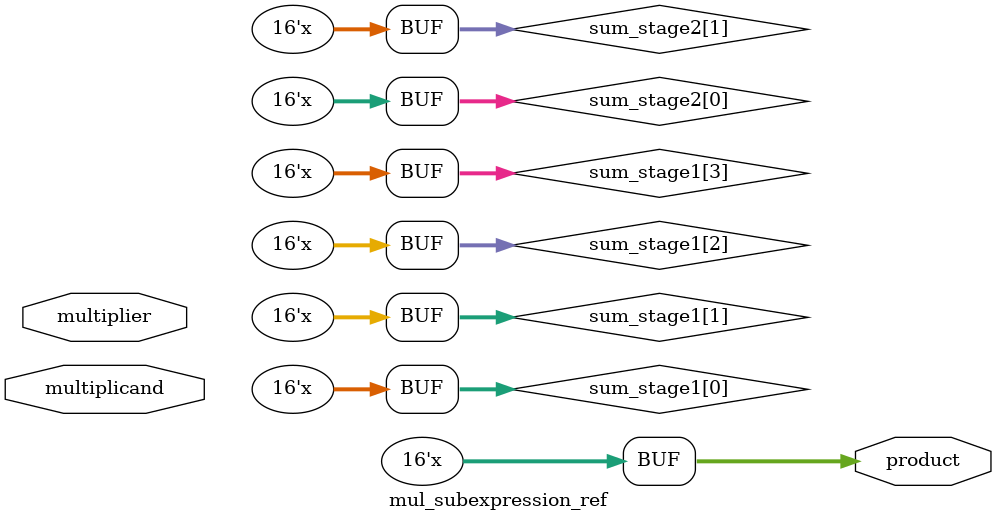
<source format=v>
module mul_subexpression_ref(
    input [7:0] multiplicand,  // 8-bit multiplicand
    input [7:0] multiplier,    // 8-bit multiplier
    output [15:0] product      // 16-bit product output
);

wire [15:0] partial_products[7:0];  // Array to hold partial products

// Generate partial products using subexpression sharing
genvar i;
generate
    for (i = 0; i < 8; i = i + 1) begin : gen_partial_products
        assign partial_products[i] = (multiplier[i] ? {8'b0, multiplicand} << i : 16'b0);
    end
endgenerate

// Add all partial products using a binary tree reduction for further optimization
wire [15:0] sum_stage1[3:0];
wire [15:0] sum_stage2[1:0];

assign sum_stage1[0] = partial_products[0] + partial_products[1];
assign sum_stage1[1] = partial_products[2] + partial_products[3];
assign sum_stage1[2] = partial_products[4] + partial_products[5];
assign sum_stage1[3] = partial_products[6] + partial_products[7];

assign sum_stage2[0] = sum_stage1[0] + sum_stage1[1];
assign sum_stage2[1] = sum_stage1[2] + sum_stage1[3];

assign product = sum_stage2[0] + sum_stage2[1];

endmodule

</source>
